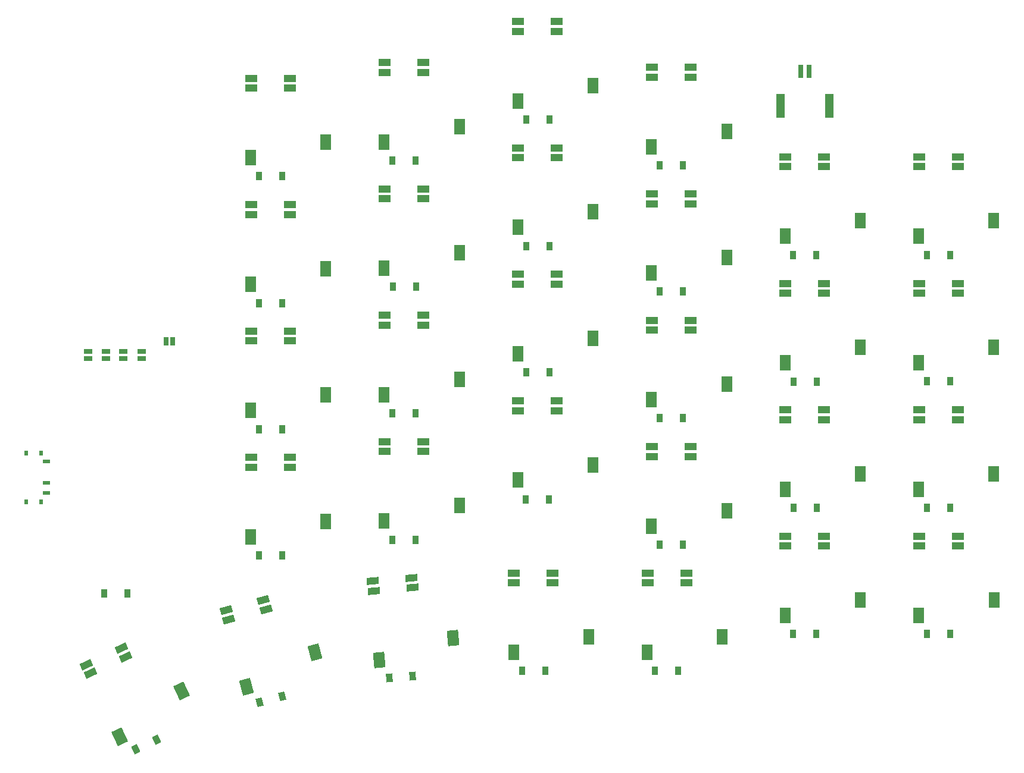
<source format=gtp>
G04 #@! TF.GenerationSoftware,KiCad,Pcbnew,6.0.2+dfsg-1*
G04 #@! TF.CreationDate,2022-08-27T13:38:11+01:00*
G04 #@! TF.ProjectId,Jocket_Split_LP,4a6f636b-6574-45f5-9370-6c69745f4c50,rev?*
G04 #@! TF.SameCoordinates,Original*
G04 #@! TF.FileFunction,Paste,Top*
G04 #@! TF.FilePolarity,Positive*
%FSLAX46Y46*%
G04 Gerber Fmt 4.6, Leading zero omitted, Abs format (unit mm)*
G04 Created by KiCad (PCBNEW 6.0.2+dfsg-1) date 2022-08-27 13:38:11*
%MOMM*%
%LPD*%
G01*
G04 APERTURE LIST*
G04 Aperture macros list*
%AMRotRect*
0 Rectangle, with rotation*
0 The origin of the aperture is its center*
0 $1 length*
0 $2 width*
0 $3 Rotation angle, in degrees counterclockwise*
0 Add horizontal line*
21,1,$1,$2,0,0,$3*%
G04 Aperture macros list end*
%ADD10R,0.900000X1.200000*%
%ADD11RotRect,0.900000X1.200000X25.000000*%
%ADD12RotRect,0.900000X1.200000X15.000000*%
%ADD13RotRect,0.900000X1.200000X5.000000*%
%ADD14R,1.700000X1.000000*%
%ADD15R,1.600000X2.200000*%
%ADD16RotRect,1.700000X1.000000X205.000000*%
%ADD17RotRect,1.600000X2.200000X205.000000*%
%ADD18RotRect,1.700000X1.000000X185.000000*%
%ADD19RotRect,1.600000X2.200000X185.000000*%
%ADD20RotRect,1.700000X1.000000X195.000000*%
%ADD21RotRect,1.600000X2.200000X195.000000*%
%ADD22R,1.143000X0.635000*%
%ADD23R,1.000000X0.500000*%
%ADD24R,0.500000X0.800000*%
%ADD25R,0.800000X1.900000*%
%ADD26R,1.300000X3.350000*%
%ADD27R,0.635000X1.143000*%
G04 APERTURE END LIST*
D10*
X118900000Y-56550000D03*
X122200000Y-56550000D03*
X137850000Y-54350000D03*
X141150000Y-54350000D03*
X156900000Y-48500000D03*
X160200000Y-48500000D03*
X175850000Y-55050000D03*
X179150000Y-55050000D03*
X194850000Y-67800000D03*
X198150000Y-67800000D03*
X213850000Y-67800000D03*
X217150000Y-67800000D03*
X118850000Y-74650000D03*
X122150000Y-74650000D03*
X137900000Y-72300000D03*
X141200000Y-72300000D03*
X156900000Y-66500000D03*
X160200000Y-66500000D03*
X175850000Y-73000000D03*
X179150000Y-73000000D03*
X194900000Y-85800000D03*
X198200000Y-85800000D03*
X213850000Y-85750000D03*
X217150000Y-85750000D03*
X118900000Y-92600000D03*
X122200000Y-92600000D03*
X137850000Y-90300000D03*
X141150000Y-90300000D03*
X156900000Y-84500000D03*
X160200000Y-84500000D03*
X175850000Y-91000000D03*
X179150000Y-91000000D03*
X194950000Y-103750000D03*
X198250000Y-103750000D03*
X213900000Y-103800000D03*
X217200000Y-103800000D03*
X118850000Y-110550000D03*
X122150000Y-110550000D03*
X137850000Y-108350000D03*
X141150000Y-108350000D03*
X156800000Y-102550000D03*
X160100000Y-102550000D03*
X175850000Y-109050000D03*
X179150000Y-109050000D03*
X194850000Y-121750000D03*
X198150000Y-121750000D03*
X213850000Y-121750000D03*
X217150000Y-121750000D03*
X96889121Y-115974163D03*
X100189121Y-115974163D03*
D11*
X101354592Y-138166320D03*
X104345408Y-136771680D03*
D12*
X118960592Y-131463426D03*
X122148148Y-130609324D03*
D13*
X137404320Y-127987974D03*
X140691762Y-127700360D03*
D10*
X156300000Y-127000000D03*
X159600000Y-127000000D03*
D14*
X117750000Y-44020500D03*
X117750000Y-42620500D03*
X123250000Y-42620500D03*
X123250000Y-44020500D03*
D15*
X117700000Y-53919500D03*
X128400000Y-51719500D03*
D14*
X136750000Y-41770500D03*
X136750000Y-40370500D03*
X142250000Y-40370500D03*
X142250000Y-41770500D03*
D15*
X136700000Y-51669500D03*
X147400000Y-49469500D03*
D14*
X155750000Y-35951000D03*
X155750000Y-34551000D03*
X161250000Y-34551000D03*
X161250000Y-35951000D03*
D15*
X155700000Y-45850000D03*
X166400000Y-43650000D03*
D14*
X174750000Y-42470500D03*
X174750000Y-41070500D03*
X180250000Y-41070500D03*
X180250000Y-42470500D03*
D15*
X174700000Y-52369500D03*
X185400000Y-50169500D03*
D14*
X193750000Y-55220500D03*
X193750000Y-53820500D03*
X199250000Y-53820500D03*
X199250000Y-55220500D03*
D15*
X193700000Y-65119500D03*
X204400000Y-62919500D03*
D14*
X117750000Y-62020500D03*
X117750000Y-60620500D03*
X123250000Y-60620500D03*
X123250000Y-62020500D03*
D15*
X117700000Y-71919500D03*
X128400000Y-69719500D03*
D14*
X136750000Y-59770500D03*
X136750000Y-58370500D03*
X142250000Y-58370500D03*
X142250000Y-59770500D03*
D15*
X136700000Y-69669500D03*
X147400000Y-67469500D03*
D14*
X155750000Y-53941000D03*
X155750000Y-52541000D03*
X161250000Y-52541000D03*
X161250000Y-53941000D03*
D15*
X155700000Y-63840000D03*
X166400000Y-61640000D03*
D14*
X174750000Y-60470500D03*
X174750000Y-59070500D03*
X180250000Y-59070500D03*
X180250000Y-60470500D03*
D15*
X174700000Y-70369500D03*
X185400000Y-68169500D03*
D14*
X193750000Y-73220500D03*
X193750000Y-71820500D03*
X199250000Y-71820500D03*
X199250000Y-73220500D03*
D15*
X193700000Y-83119500D03*
X204400000Y-80919500D03*
D14*
X212750000Y-73220500D03*
X212750000Y-71820500D03*
X218250000Y-71820500D03*
X218250000Y-73220500D03*
D15*
X212700000Y-83119500D03*
X223400000Y-80919500D03*
D14*
X117750000Y-80020500D03*
X117750000Y-78620500D03*
X123250000Y-78620500D03*
X123250000Y-80020500D03*
D15*
X117700000Y-89919500D03*
X128400000Y-87719500D03*
D14*
X136750000Y-77770500D03*
X136750000Y-76370500D03*
X142250000Y-76370500D03*
X142250000Y-77770500D03*
D15*
X136700000Y-87669500D03*
X147400000Y-85469500D03*
D14*
X155750000Y-71941000D03*
X155750000Y-70541000D03*
X161250000Y-70541000D03*
X161250000Y-71941000D03*
D15*
X155700000Y-81840000D03*
X166400000Y-79640000D03*
D14*
X174750000Y-78470500D03*
X174750000Y-77070500D03*
X180250000Y-77070500D03*
X180250000Y-78470500D03*
D15*
X174700000Y-88369500D03*
X185400000Y-86169500D03*
D14*
X193750000Y-91220500D03*
X193750000Y-89820500D03*
X199250000Y-89820500D03*
X199250000Y-91220500D03*
D15*
X193700000Y-101119500D03*
X204400000Y-98919500D03*
D14*
X212750000Y-91220500D03*
X212750000Y-89820500D03*
X218250000Y-89820500D03*
X218250000Y-91220500D03*
D15*
X212700000Y-101119500D03*
X223400000Y-98919500D03*
D14*
X117750000Y-98020500D03*
X117750000Y-96620500D03*
X123250000Y-96620500D03*
X123250000Y-98020500D03*
D15*
X117700000Y-107919500D03*
X128400000Y-105719500D03*
D14*
X136750000Y-95770500D03*
X136750000Y-94370500D03*
X142250000Y-94370500D03*
X142250000Y-95770500D03*
D15*
X136700000Y-105669500D03*
X147400000Y-103469500D03*
D14*
X155750000Y-89941000D03*
X155750000Y-88541000D03*
X161250000Y-88541000D03*
X161250000Y-89941000D03*
D15*
X155700000Y-99840000D03*
X166400000Y-97640000D03*
D14*
X174750000Y-96470500D03*
X174750000Y-95070500D03*
X180250000Y-95070500D03*
X180250000Y-96470500D03*
D15*
X174700000Y-106369500D03*
X185400000Y-104169500D03*
D14*
X193750000Y-109220500D03*
X193750000Y-107820500D03*
X199250000Y-107820500D03*
X199250000Y-109220500D03*
D15*
X193700000Y-119119500D03*
X204400000Y-116919500D03*
D14*
X212762493Y-109220500D03*
X212762493Y-107820500D03*
X218262493Y-107820500D03*
X218262493Y-109220500D03*
D15*
X212712493Y-119119500D03*
X223412493Y-116919500D03*
D16*
X94966837Y-127356840D03*
X94375172Y-126088009D03*
X99359864Y-123763609D03*
X99951530Y-125032440D03*
D17*
X99105020Y-136349512D03*
X107872753Y-129833620D03*
D18*
X135209970Y-115600063D03*
X135087952Y-114205390D03*
X140567023Y-113726034D03*
X140689041Y-115120706D03*
D19*
X136022915Y-125465752D03*
X146490455Y-122341557D03*
D14*
X155150000Y-114460500D03*
X155150000Y-113060500D03*
X160650000Y-113060500D03*
X160650000Y-114460500D03*
D15*
X155100000Y-124359500D03*
X165800000Y-122159500D03*
D10*
X175200000Y-127000000D03*
X178500000Y-127000000D03*
D14*
X174150000Y-114470500D03*
X174150000Y-113070500D03*
X179650000Y-113070500D03*
X179650000Y-114470500D03*
D15*
X174100000Y-124369500D03*
X184800000Y-122169500D03*
D20*
X114563057Y-119685390D03*
X114200710Y-118333094D03*
X119513302Y-116909589D03*
X119875649Y-118261885D03*
D21*
X117076810Y-129260031D03*
X126842814Y-124365630D03*
D14*
X212750000Y-55220500D03*
X212750000Y-53820500D03*
X218250000Y-53820500D03*
X218250000Y-55220500D03*
D15*
X212700000Y-65119500D03*
X223400000Y-62919500D03*
D22*
X102200000Y-81499620D03*
X102200000Y-82500380D03*
X97100000Y-81499620D03*
X97100000Y-82500380D03*
X99600000Y-81499620D03*
X99600000Y-82500380D03*
D23*
X88675000Y-97200000D03*
X88675000Y-100200000D03*
X88675000Y-101700000D03*
D24*
X87875000Y-102900000D03*
X85775000Y-102900000D03*
X85775000Y-96000000D03*
X87875000Y-96000000D03*
D25*
X195900000Y-41650000D03*
X197150000Y-41650000D03*
D26*
X193050000Y-46525000D03*
X200000000Y-46525000D03*
D22*
X94610000Y-81499620D03*
X94610000Y-82500380D03*
D27*
X106650380Y-80100000D03*
X105649620Y-80100000D03*
M02*

</source>
